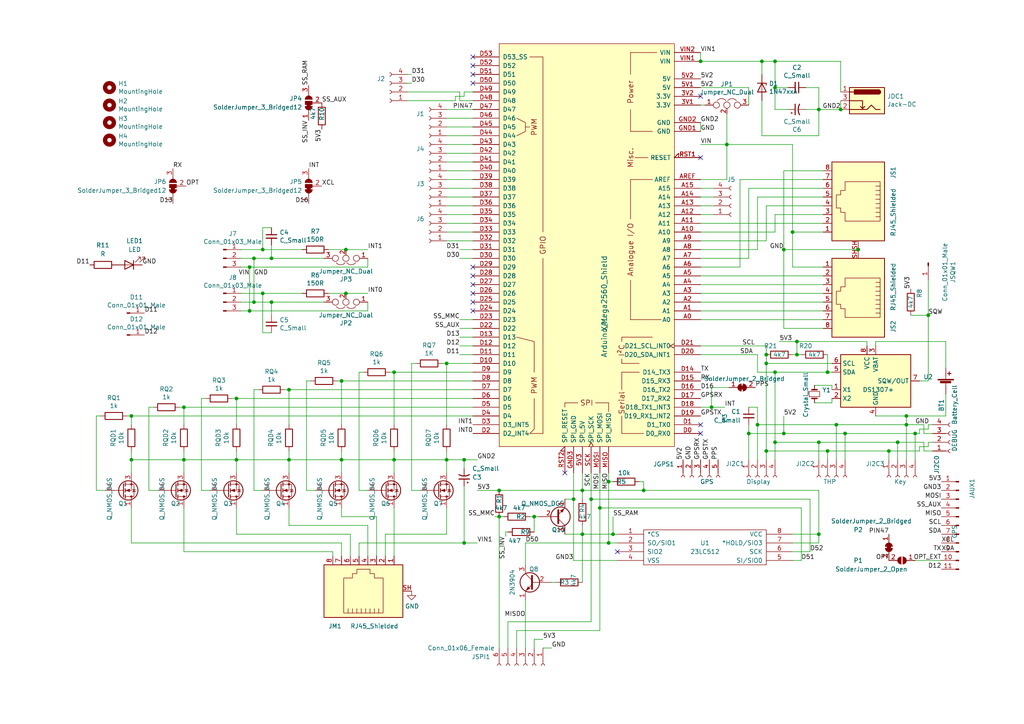
<source format=kicad_sch>
(kicad_sch (version 20211123) (generator eeschema)
  (paper "A4")
  (junction (at 224.79 17.78))
  (junction (at 237.49 154.94))
  (junction (at 144.78 149.86))
  (junction (at 210.82 41.91))
  (junction (at 53.34 133.35))
  (junction (at 222.25 102.87))
  (junction (at 134.62 133.35))
  (junction (at 176.53 139.7))
  (junction (at 134.62 157.48))
  (junction (at 73.66 74.93))
  (junction (at 129.54 105.41))
  (junction (at 206.375 118.11))
  (junction (at 100.33 85.09))
  (junction (at 260.35 128.27))
  (junction (at 53.34 118.11))
  (junction (at 154.94 149.86))
  (junction (at 224.79 107.95))
  (junction (at 114.3 107.95))
  (junction (at 248.92 72.39))
  (junction (at 76.2 85.09))
  (junction (at 99.06 110.49))
  (junction (at 203.2 17.78))
  (junction (at 224.79 128.27))
  (junction (at 262.89 120.65))
  (junction (at 237.49 128.27))
  (junction (at 237.49 31.75))
  (junction (at 173.99 147.32))
  (junction (at 78.74 87.63))
  (junction (at 222.25 130.81))
  (junction (at 245.11 125.73))
  (junction (at 240.03 107.95))
  (junction (at 227.33 125.73))
  (junction (at 269.24 91.44))
  (junction (at 166.37 144.78))
  (junction (at 38.1 133.35))
  (junction (at 176.53 157.48))
  (junction (at 231.14 102.87))
  (junction (at 217.17 125.73))
  (junction (at 231.14 99.06))
  (junction (at 72.39 77.47))
  (junction (at 240.03 130.81))
  (junction (at 73.66 87.63))
  (junction (at 265.43 125.73))
  (junction (at 100.33 72.39))
  (junction (at 114.3 133.35))
  (junction (at 78.74 74.93))
  (junction (at 38.1 120.65))
  (junction (at 83.82 133.35))
  (junction (at 224.79 25.4))
  (junction (at 168.91 142.24))
  (junction (at 219.71 123.19))
  (junction (at 171.45 144.78))
  (junction (at 168.91 154.94))
  (junction (at 144.78 142.24))
  (junction (at 242.57 123.19))
  (junction (at 257.81 130.81))
  (junction (at 227.33 72.39))
  (junction (at 68.58 133.35))
  (junction (at 177.8 154.94))
  (junction (at 72.39 90.17))
  (junction (at 220.98 17.78))
  (junction (at 262.89 123.19))
  (junction (at 186.69 142.24))
  (junction (at 222.25 105.41))
  (junction (at 68.58 115.57))
  (junction (at 243.84 31.75))
  (junction (at 83.82 113.03))
  (junction (at 229.87 67.31))
  (junction (at 76.2 72.39))
  (junction (at 129.54 133.35))
  (junction (at 99.06 133.35))
  (no_connect (at 137.16 24.13))
  (no_connect (at 203.2 27.94))
  (no_connect (at 163.83 137.16))
  (no_connect (at 137.16 85.09))
  (no_connect (at 137.16 21.59))
  (no_connect (at 203.2 45.72))
  (no_connect (at 137.16 80.01))
  (no_connect (at 137.16 77.47))
  (no_connect (at 137.16 19.05))
  (no_connect (at 137.16 82.55))
  (no_connect (at 137.16 16.51))
  (no_connect (at 137.16 87.63))
  (no_connect (at 137.16 90.17))
  (no_connect (at 203.2 125.73))
  (no_connect (at 203.2 123.19))
  (no_connect (at 179.07 160.02))
  (wire (pts (xy 137.16 120.65) (xy 38.1 120.65)))
  (wire (pts (xy 270.51 130.81) (xy 267.97 130.81)))
  (wire (pts (xy 68.58 130.81) (xy 68.58 133.35)))
  (wire (pts (xy 262.89 123.19) (xy 262.89 133.35)))
  (wire (pts (xy 237.49 142.24) (xy 237.49 154.94)))
  (wire (pts (xy 160.02 168.91) (xy 161.29 168.91)))
  (wire (pts (xy 220.98 29.21) (xy 220.98 39.37)))
  (wire (pts (xy 173.99 147.32) (xy 173.99 182.88)))
  (wire (pts (xy 177.8 154.94) (xy 177.8 149.86)))
  (wire (pts (xy 269.24 81.28) (xy 269.24 91.44)))
  (wire (pts (xy 203.2 67.31) (xy 224.79 67.31)))
  (wire (pts (xy 262.89 120.65) (xy 254 120.65)))
  (wire (pts (xy 43.18 142.24) (xy 45.72 142.24)))
  (wire (pts (xy 129.54 39.37) (xy 137.16 39.37)))
  (wire (pts (xy 129.54 52.07) (xy 137.16 52.07)))
  (wire (pts (xy 144.78 149.86) (xy 146.05 149.86)))
  (wire (pts (xy 114.3 137.16) (xy 114.3 133.35)))
  (wire (pts (xy 53.34 137.16) (xy 53.34 133.35)))
  (wire (pts (xy 267.97 130.81) (xy 267.97 128.27)))
  (wire (pts (xy 176.53 157.48) (xy 179.07 157.48)))
  (wire (pts (xy 114.3 133.35) (xy 129.54 133.35)))
  (wire (pts (xy 114.3 107.95) (xy 113.03 107.95)))
  (wire (pts (xy 88.9 142.24) (xy 91.44 142.24)))
  (wire (pts (xy 154.94 149.86) (xy 154.94 154.305)))
  (wire (pts (xy 257.81 130.81) (xy 257.81 133.35)))
  (wire (pts (xy 58.42 115.57) (xy 58.42 142.24)))
  (wire (pts (xy 99.06 137.16) (xy 99.06 133.35)))
  (wire (pts (xy 83.82 130.81) (xy 83.82 133.35)))
  (wire (pts (xy 203.2 72.39) (xy 219.71 72.39)))
  (wire (pts (xy 163.83 154.94) (xy 168.91 154.94)))
  (wire (pts (xy 129.54 123.19) (xy 129.54 105.41)))
  (wire (pts (xy 68.58 147.32) (xy 68.58 154.94)))
  (wire (pts (xy 58.42 142.24) (xy 60.96 142.24)))
  (wire (pts (xy 129.54 34.29) (xy 137.16 34.29)))
  (wire (pts (xy 203.2 17.78) (xy 220.98 17.78)))
  (wire (pts (xy 78.74 74.93) (xy 93.98 74.93)))
  (wire (pts (xy 237.49 25.4) (xy 233.68 25.4)))
  (wire (pts (xy 224.79 133.35) (xy 224.79 128.27)))
  (wire (pts (xy 203.2 85.09) (xy 238.76 85.09)))
  (wire (pts (xy 241.3 111.76) (xy 236.22 111.76)))
  (wire (pts (xy 269.24 124.46) (xy 269.24 123.19)))
  (wire (pts (xy 274.32 114.3) (xy 274.32 120.65)))
  (wire (pts (xy 176.53 139.7) (xy 176.53 157.48)))
  (wire (pts (xy 219.71 57.15) (xy 219.71 72.39)))
  (wire (pts (xy 78.74 66.04) (xy 76.2 66.04)))
  (wire (pts (xy 210.82 33.02) (xy 210.82 41.91)))
  (wire (pts (xy 219.71 107.95) (xy 219.71 102.87)))
  (wire (pts (xy 72.39 77.47) (xy 69.85 77.47)))
  (wire (pts (xy 269.24 91.44) (xy 264.16 91.44)))
  (wire (pts (xy 237.49 31.75) (xy 237.49 25.4)))
  (wire (pts (xy 269.24 128.27) (xy 269.24 129.54)))
  (wire (pts (xy 251.46 99.06) (xy 231.14 99.06)))
  (wire (pts (xy 207.01 57.15) (xy 203.2 57.15)))
  (wire (pts (xy 203.2 90.17) (xy 238.76 90.17)))
  (wire (pts (xy 111.76 154.94) (xy 129.54 154.94)))
  (wire (pts (xy 262.89 120.65) (xy 262.89 123.19)))
  (wire (pts (xy 83.82 137.16) (xy 83.82 133.35)))
  (wire (pts (xy 207.01 62.23) (xy 203.2 62.23)))
  (wire (pts (xy 83.82 152.4) (xy 106.68 152.4)))
  (wire (pts (xy 222.25 59.69) (xy 238.76 59.69)))
  (wire (pts (xy 138.43 157.48) (xy 134.62 157.48)))
  (wire (pts (xy 203.2 77.47) (xy 214.63 77.47)))
  (wire (pts (xy 171.45 144.78) (xy 234.95 144.78)))
  (wire (pts (xy 38.1 157.48) (xy 99.06 157.48)))
  (wire (pts (xy 229.87 102.87) (xy 231.14 102.87)))
  (wire (pts (xy 149.86 182.88) (xy 173.99 182.88)))
  (wire (pts (xy 44.45 118.11) (xy 43.18 118.11)))
  (wire (pts (xy 154.94 185.42) (xy 157.48 185.42)))
  (wire (pts (xy 237.49 39.37) (xy 237.49 31.75)))
  (wire (pts (xy 137.16 29.21) (xy 133.35 29.21)))
  (wire (pts (xy 240.03 107.95) (xy 241.3 107.95)))
  (wire (pts (xy 240.03 102.87) (xy 240.03 107.95)))
  (wire (pts (xy 206.375 112.395) (xy 211.455 112.395)))
  (wire (pts (xy 238.76 67.31) (xy 229.87 67.31)))
  (wire (pts (xy 129.54 133.35) (xy 129.54 137.16)))
  (wire (pts (xy 106.68 152.4) (xy 106.68 161.29)))
  (wire (pts (xy 269.24 123.19) (xy 270.51 123.19)))
  (wire (pts (xy 43.18 118.11) (xy 43.18 142.24)))
  (wire (pts (xy 206.375 118.11) (xy 210.185 118.11)))
  (wire (pts (xy 176.53 139.7) (xy 176.53 137.16)))
  (wire (pts (xy 104.14 107.95) (xy 104.14 142.24)))
  (wire (pts (xy 240.03 130.81) (xy 257.81 130.81)))
  (wire (pts (xy 138.43 142.24) (xy 144.78 142.24)))
  (wire (pts (xy 78.74 91.44) (xy 78.74 87.63)))
  (wire (pts (xy 100.33 85.09) (xy 106.68 85.09)))
  (wire (pts (xy 76.2 72.39) (xy 87.63 72.39)))
  (wire (pts (xy 203.2 118.11) (xy 206.375 118.11)))
  (wire (pts (xy 104.14 161.29) (xy 104.14 157.48)))
  (wire (pts (xy 177.8 139.7) (xy 176.53 139.7)))
  (wire (pts (xy 226.06 99.06) (xy 231.14 99.06)))
  (wire (pts (xy 27.94 120.65) (xy 27.94 142.24)))
  (wire (pts (xy 104.14 142.24) (xy 106.68 142.24)))
  (wire (pts (xy 232.41 147.32) (xy 232.41 162.56)))
  (wire (pts (xy 104.14 157.48) (xy 134.62 157.48)))
  (wire (pts (xy 119.38 21.59) (xy 118.11 21.59)))
  (wire (pts (xy 186.69 139.7) (xy 186.69 142.24)))
  (wire (pts (xy 222.25 105.41) (xy 222.25 102.87)))
  (wire (pts (xy 233.68 31.75) (xy 237.49 31.75)))
  (wire (pts (xy 129.54 31.75) (xy 137.16 31.75)))
  (wire (pts (xy 111.76 154.94) (xy 111.76 161.29)))
  (wire (pts (xy 203.2 17.78) (xy 203.2 15.24)))
  (wire (pts (xy 222.25 133.35) (xy 222.25 130.81)))
  (wire (pts (xy 222.25 102.87) (xy 222.25 100.33)))
  (wire (pts (xy 83.82 152.4) (xy 83.82 147.32)))
  (wire (pts (xy 78.74 87.63) (xy 93.98 87.63)))
  (wire (pts (xy 217.17 133.35) (xy 217.17 125.73)))
  (wire (pts (xy 266.7 124.46) (xy 269.24 124.46)))
  (wire (pts (xy 168.91 154.94) (xy 168.91 152.4)))
  (wire (pts (xy 76.2 66.04) (xy 76.2 72.39)))
  (wire (pts (xy 203.2 30.48) (xy 204.47 30.48)))
  (wire (pts (xy 243.84 31.75) (xy 237.49 31.75)))
  (wire (pts (xy 241.3 116.84) (xy 236.22 116.84)))
  (wire (pts (xy 147.32 187.96) (xy 147.32 180.34)))
  (wire (pts (xy 53.34 118.11) (xy 137.16 118.11)))
  (wire (pts (xy 224.79 17.78) (xy 243.84 17.78)))
  (wire (pts (xy 95.25 72.39) (xy 100.33 72.39)))
  (wire (pts (xy 83.82 113.03) (xy 137.16 113.03)))
  (wire (pts (xy 53.34 123.19) (xy 53.34 118.11)))
  (wire (pts (xy 269.24 91.44) (xy 269.24 110.49)))
  (wire (pts (xy 203.2 80.01) (xy 238.76 80.01)))
  (wire (pts (xy 106.68 77.47) (xy 106.68 74.93)))
  (wire (pts (xy 101.6 154.94) (xy 101.6 161.29)))
  (wire (pts (xy 76.2 96.52) (xy 76.2 85.09)))
  (wire (pts (xy 38.1 137.16) (xy 38.1 133.35)))
  (wire (pts (xy 185.42 139.7) (xy 186.69 139.7)))
  (wire (pts (xy 231.14 102.87) (xy 232.41 102.87)))
  (wire (pts (xy 88.9 110.49) (xy 90.17 110.49)))
  (wire (pts (xy 137.16 54.61) (xy 129.54 54.61)))
  (wire (pts (xy 203.2 92.71) (xy 238.76 92.71)))
  (wire (pts (xy 207.01 54.61) (xy 203.2 54.61)))
  (wire (pts (xy 68.58 123.19) (xy 68.58 115.57)))
  (wire (pts (xy 96.52 161.29) (xy 96.52 160.02)))
  (wire (pts (xy 166.37 144.78) (xy 166.37 162.56)))
  (wire (pts (xy 243.84 17.78) (xy 243.84 26.67)))
  (wire (pts (xy 99.06 133.35) (xy 83.82 133.35)))
  (wire (pts (xy 133.35 74.93) (xy 137.16 74.93)))
  (wire (pts (xy 238.76 77.47) (xy 229.87 77.47)))
  (wire (pts (xy 227.33 72.39) (xy 227.33 95.25)))
  (wire (pts (xy 207.01 59.69) (xy 203.2 59.69)))
  (wire (pts (xy 82.55 113.03) (xy 83.82 113.03)))
  (wire (pts (xy 133.35 26.67) (xy 118.11 26.67)))
  (wire (pts (xy 129.54 130.81) (xy 129.54 133.35)))
  (wire (pts (xy 99.06 110.49) (xy 137.16 110.49)))
  (wire (pts (xy 144.78 142.24) (xy 168.91 142.24)))
  (wire (pts (xy 137.16 115.57) (xy 68.58 115.57)))
  (wire (pts (xy 146.685 154.305) (xy 146.685 155.575)))
  (wire (pts (xy 269.24 129.54) (xy 266.7 129.54)))
  (wire (pts (xy 72.39 77.47) (xy 106.68 77.47)))
  (wire (pts (xy 152.4 157.48) (xy 176.53 157.48)))
  (wire (pts (xy 254 99.06) (xy 274.32 99.06)))
  (wire (pts (xy 137.16 107.95) (xy 114.3 107.95)))
  (wire (pts (xy 53.34 160.02) (xy 96.52 160.02)))
  (wire (pts (xy 217.17 123.19) (xy 217.17 125.73)))
  (wire (pts (xy 224.79 25.4) (xy 224.79 17.78)))
  (wire (pts (xy 206.375 118.11) (xy 206.375 112.395)))
  (wire (pts (xy 227.33 95.25) (xy 238.76 95.25)))
  (wire (pts (xy 52.07 118.11) (xy 53.34 118.11)))
  (wire (pts (xy 129.54 133.35) (xy 134.62 133.35)))
  (wire (pts (xy 58.42 115.57) (xy 59.69 115.57)))
  (wire (pts (xy 69.85 74.93) (xy 73.66 74.93)))
  (wire (pts (xy 168.91 154.94) (xy 168.91 168.91)))
  (wire (pts (xy 38.1 120.65) (xy 36.83 120.65)))
  (wire (pts (xy 53.34 133.35) (xy 68.58 133.35)))
  (wire (pts (xy 73.66 74.93) (xy 73.66 87.63)))
  (wire (pts (xy 238.76 49.53) (xy 227.33 49.53)))
  (wire (pts (xy 73.66 74.93) (xy 78.74 74.93)))
  (wire (pts (xy 214.63 52.07) (xy 238.76 52.07)))
  (wire (pts (xy 132.08 27.94) (xy 134.62 27.94)))
  (wire (pts (xy 260.35 128.27) (xy 260.35 133.35)))
  (wire (pts (xy 69.85 85.09) (xy 76.2 85.09)))
  (wire (pts (xy 234.95 144.78) (xy 234.95 160.02)))
  (wire (pts (xy 222.25 59.69) (xy 222.25 69.85)))
  (wire (pts (xy 219.71 118.11) (xy 219.71 123.19)))
  (wire (pts (xy 68.58 133.35) (xy 83.82 133.35)))
  (wire (pts (xy 99.06 123.19) (xy 99.06 110.49)))
  (wire (pts (xy 134.62 140.97) (xy 134.62 157.48)))
  (wire (pts (xy 219.71 123.19) (xy 242.57 123.19)))
  (wire (pts (xy 171.45 144.78) (xy 171.45 137.16)))
  (wire (pts (xy 106.68 72.39) (xy 100.33 72.39)))
  (wire (pts (xy 243.84 29.21) (xy 243.84 31.75)))
  (wire (pts (xy 241.3 115.57) (xy 241.3 116.84)))
  (wire (pts (xy 121.92 142.24) (xy 119.38 142.24)))
  (wire (pts (xy 99.06 149.86) (xy 99.06 147.32)))
  (wire (pts (xy 83.82 123.19) (xy 83.82 113.03)))
  (wire (pts (xy 119.38 142.24) (xy 119.38 105.41)))
  (wire (pts (xy 118.11 24.13) (xy 119.38 24.13)))
  (wire (pts (xy 237.49 154.94) (xy 237.49 157.48)))
  (wire (pts (xy 224.79 62.23) (xy 224.79 67.31)))
  (wire (pts (xy 78.74 96.52) (xy 76.2 96.52)))
  (wire (pts (xy 266.7 110.49) (xy 269.24 110.49)))
  (wire (pts (xy 240.03 130.81) (xy 240.03 133.35)))
  (wire (pts (xy 137.16 41.91) (xy 129.54 41.91)))
  (wire (pts (xy 95.25 85.09) (xy 100.33 85.09)))
  (wire (pts (xy 254 99.06) (xy 254 100.33)))
  (wire (pts (xy 109.22 149.86) (xy 99.06 149.86)))
  (wire (pts (xy 237.49 154.94) (xy 229.87 154.94)))
  (wire (pts (xy 154.94 149.86) (xy 156.21 149.86)))
  (wire (pts (xy 134.62 133.35) (xy 138.43 133.35)))
  (wire (pts (xy 144.78 149.86) (xy 143.51 149.86)))
  (wire (pts (xy 99.06 133.35) (xy 114.3 133.35)))
  (wire (pts (xy 270.51 128.27) (xy 269.24 128.27)))
  (wire (pts (xy 72.39 77.47) (xy 72.39 90.17)))
  (wire (pts (xy 217.17 118.11) (xy 219.71 118.11)))
  (wire (pts (xy 237.49 128.27) (xy 260.35 128.27)))
  (wire (pts (xy 38.1 123.19) (xy 38.1 120.65)))
  (wire (pts (xy 68.58 137.16) (xy 68.58 133.35)))
  (wire (pts (xy 220.98 17.78) (xy 224.79 17.78)))
  (wire (pts (xy 240.03 130.81) (xy 222.25 130.81)))
  (wire (pts (xy 241.3 113.03) (xy 241.3 111.76)))
  (wire (pts (xy 242.57 133.35) (xy 242.57 123.19)))
  (wire (pts (xy 129.54 67.31) (xy 137.16 67.31)))
  (wire (pts (xy 227.33 49.53) (xy 227.33 72.39)))
  (wire (pts (xy 168.91 154.94) (xy 177.8 154.94)))
  (wire (pts (xy 133.35 100.33) (xy 137.16 100.33)))
  (wire (pts (xy 267.97 125.73) (xy 270.51 125.73)))
  (wire (pts (xy 129.54 64.77) (xy 137.16 64.77)))
  (wire (pts (xy 128.27 105.41) (xy 129.54 105.41)))
  (wire (pts (xy 99.06 130.81) (xy 99.06 133.35)))
  (wire (pts (xy 106.68 90.17) (xy 106.68 87.63)))
  (wire (pts (xy 137.16 97.79) (xy 133.35 97.79)))
  (wire (pts (xy 149.86 187.96) (xy 149.86 182.88)))
  (wire (pts (xy 88.9 110.49) (xy 88.9 142.24)))
  (wire (pts (xy 137.16 95.25) (xy 133.35 95.25)))
  (wire (pts (xy 73.66 113.03) (xy 73.66 142.24)))
  (wire (pts (xy 152.4 157.48) (xy 152.4 163.83)))
  (wire (pts (xy 69.85 72.39) (xy 76.2 72.39)))
  (wire (pts (xy 228.6 25.4) (xy 224.79 25.4)))
  (wire (pts (xy 147.32 180.34) (xy 171.45 180.34)))
  (wire (pts (xy 134.62 135.89) (xy 134.62 133.35)))
  (wire (pts (xy 114.3 130.81) (xy 114.3 133.35)))
  (wire (pts (xy 203.2 69.85) (xy 222.25 69.85)))
  (wire (pts (xy 154.94 187.96) (xy 154.94 185.42)))
  (wire (pts (xy 97.79 110.49) (xy 99.06 110.49)))
  (wire (pts (xy 129.54 49.53) (xy 137.16 49.53)))
  (wire (pts (xy 227.33 125.73) (xy 245.11 125.73)))
  (wire (pts (xy 68.58 154.94) (xy 101.6 154.94)))
  (wire (pts (xy 114.3 123.19) (xy 114.3 107.95)))
  (wire (pts (xy 99.06 161.29) (xy 99.06 157.48)))
  (wire (pts (xy 27.94 142.24) (xy 30.48 142.24)))
  (wire (pts (xy 237.49 133.35) (xy 237.49 128.27)))
  (wire (pts (xy 144.78 149.86) (xy 144.78 187.96)))
  (wire (pts (xy 38.1 130.81) (xy 38.1 133.35)))
  (wire (pts (xy 267.97 128.27) (xy 260.35 128.27)))
  (wire (pts (xy 203.2 82.55) (xy 238.76 82.55)))
  (wire (pts (xy 262.89 123.19) (xy 267.97 123.19)))
  (wire (pts (xy 227.33 125.73) (xy 227.33 120.65)))
  (wire (pts (xy 104.14 107.95) (xy 105.41 107.95)))
  (wire (pts (xy 228.6 31.75) (xy 224.79 31.75)))
  (wire (pts (xy 229.87 67.31) (xy 229.87 41.91)))
  (wire (pts (xy 171.45 180.34) (xy 171.45 144.78)))
  (wire (pts (xy 220.98 39.37) (xy 237.49 39.37)))
  (wire (pts (xy 163.83 144.78) (xy 166.37 144.78)))
  (wire (pts (xy 114.3 147.32) (xy 114.3 161.29)))
  (wire (pts (xy 186.69 142.24) (xy 237.49 142.24)))
  (wire (pts (xy 227.33 72.39) (xy 248.92 72.39)))
  (wire (pts (xy 129.54 44.45) (xy 137.16 44.45)))
  (wire (pts (xy 137.16 36.83) (xy 129.54 36.83)))
  (wire (pts (xy 168.91 142.24) (xy 186.69 142.24)))
  (wire (pts (xy 168.91 137.16) (xy 168.91 142.24)))
  (wire (pts (xy 267.97 123.19) (xy 267.97 125.73)))
  (wire (pts (xy 222.25 105.41) (xy 241.3 105.41)))
  (wire (pts (xy 133.35 29.21) (xy 133.35 26.67)))
  (wire (pts (xy 137.16 46.99) (xy 129.54 46.99)))
  (wire (pts (xy 229.87 41.91) (xy 210.82 41.91)))
  (wire (pts (xy 76.2 85.09) (xy 87.63 85.09)))
  (wire (pts (xy 157.48 187.96) (xy 160.02 187.96)))
  (wire (pts (xy 73.66 142.24) (xy 76.2 142.24)))
  (wire (pts (xy 219.71 123.19) (xy 219.71 133.35)))
  (wire (pts (xy 274.32 106.68) (xy 274.32 99.06)))
  (wire (pts (xy 69.85 87.63) (xy 73.66 87.63)))
  (wire (pts (xy 217.17 54.61) (xy 217.17 74.93)))
  (wire (pts (xy 153.67 149.86) (xy 154.94 149.86)))
  (wire (pts (xy 266.7 125.73) (xy 266.7 124.46)))
  (wire (pts (xy 168.91 142.24) (xy 168.91 144.78)))
  (wire (pts (xy 265.43 162.56) (xy 273.05 162.56)))
  (wire (pts (xy 229.87 77.47) (xy 229.87 67.31)))
  (wire (pts (xy 217.17 125.73) (xy 227.33 125.73)))
  (wire (pts (xy 173.99 147.32) (xy 232.41 147.32)))
  (wire (pts (xy 73.66 113.03) (xy 74.93 113.03)))
  (wire (pts (xy 220.98 17.78) (xy 220.98 21.59)))
  (wire (pts (xy 129.54 69.85) (xy 137.16 69.85)))
  (wire (pts (xy 203.2 74.93) (xy 217.17 74.93)))
  (wire (pts (xy 265.43 125.73) (xy 266.7 125.73)))
  (wire (pts (xy 266.7 129.54) (xy 266.7 130.81)))
  (wire (pts (xy 242.57 123.19) (xy 262.89 123.19)))
  (wire (pts (xy 68.58 115.57) (xy 67.31 115.57)))
  (wire (pts (xy 166.37 137.16) (xy 166.37 144.78)))
  (wire (pts (xy 137.16 72.39) (xy 133.35 72.39)))
  (wire (pts (xy 69.85 90.17) (xy 72.39 90.17)))
  (wire (pts (xy 231.14 102.87) (xy 231.14 99.06)))
  (wire (pts (xy 238.76 54.61) (xy 217.17 54.61)))
  (wire (pts (xy 274.32 120.65) (xy 262.89 120.65)))
  (wire (pts (xy 129.54 59.69) (xy 137.16 59.69)))
  (wire (pts (xy 147.32 154.305) (xy 146.685 154.305)))
  (wire (pts (xy 210.82 52.07) (xy 210.82 41.91)))
  (wire (pts (xy 217.17 25.4) (xy 217.17 30.48)))
  (wire (pts (xy 245.11 133.35) (xy 245.11 125.73)))
  (wire (pts (xy 203.2 87.63) (xy 238.76 87.63)))
  (wire (pts (xy 129.54 62.23) (xy 137.16 62.23)))
  (wire (pts (xy 245.11 125.73) (xy 265.43 125.73)))
  (wire (pts (xy 224.79 31.75) (xy 224.79 25.4)))
  (wire (pts (xy 73.66 87.63) (xy 78.74 87.63)))
  (wire (pts (xy 173.99 137.16) (xy 173.99 147.32)))
  (wire (pts (xy 203.2 25.4) (xy 217.17 25.4)))
  (wire (pts (xy 133.35 92.71) (xy 137.16 92.71)))
  (wire (pts (xy 166.37 162.56) (xy 179.07 162.56)))
  (wire (pts (xy 109.22 161.29) (xy 109.22 149.86)))
  (wire (pts (xy 53.34 147.32) (xy 53.34 160.02)))
  (wire (pts (xy 78.74 71.12) (xy 78.74 74.93)))
  (wire (pts (xy 53.34 130.81) (xy 53.34 133.35)))
  (wire (pts (xy 224.79 128.27) (xy 224.79 107.95)))
  (wire (pts (xy 132.08 29.21) (xy 132.08 27.94)))
  (wire (pts (xy 266.7 130.81) (xy 257.81 130.81)))
  (wire (pts (xy 129.54 57.15) (xy 137.16 57.15)))
  (wire (pts (xy 203.2 35.56) (xy 203.2 38.1)))
  (wire (pts (xy 219.71 107.95) (xy 224.79 107.95)))
  (wire (pts (xy 224.79 62.23) (xy 238.76 62.23)))
  (wire (pts (xy 133.35 102.87) (xy 137.16 102.87)))
  (wire (pts (xy 203.2 102.87) (xy 219.71 102.87)))
  (wire (pts (xy 38.1 133.35) (xy 53.34 133.35)))
  (wire (pts (xy 219.71 57.15) (xy 238.76 57.15)))
  (wire (pts (xy 152.4 173.99) (xy 152.4 187.96)))
  (wire (pts (xy 214.63 52.07) (xy 214.63 77.47)))
  (wire (pts (xy 222.25 100.33) (xy 203.2 100.33)))
  (wire (pts (xy 38.1 157.48) (xy 38.1 147.32)))
  (wire (pts (xy 234.95 160.02) (xy 229.87 160.02)))
  (wire (pts (xy 29.21 120.65) (xy 27.94 120.65)))
  (wire (pts (xy 210.82 41.91) (xy 203.2 41.91)))
  (wire (pts (xy 118.11 29.21) (xy 132.08 29.21)))
  (wire (pts (xy 177.8 154.94) (xy 179.07 154.94)))
  (wire (pts (xy 203.2 52.07) (xy 210.82 52.07)))
  (wire (pts (xy 251.46 100.33) (xy 251.46 99.06)))
  (wire (pts (xy 224.79 107.95) (xy 240.03 107.95)))
  (wire (pts (xy 237.49 128.27) (xy 224.79 128.27)))
  (wire (pts (xy 119.38 105.41) (xy 120.65 105.41)))
  (wire (pts (xy 134.62 26.67) (xy 137.16 26.67)))
  (wire (pts (xy 203.2 64.77) (xy 238.76 64.77)))
  (wire (pts (xy 237.49 157.48) (xy 229.87 157.48)))
  (wire (pts (xy 72.39 90.17) (xy 106.68 90.17)))
  (wire (pts (xy 129.54 105.41) (xy 137.16 105.41)))
  (wire (pts (xy 129.54 147.32) (xy 129.54 154.94)))
  (wire (pts (xy 134.62 27.94) (xy 134.62 26.67)))
  (wire (pts (xy 232.41 162.56) (xy 229.87 162.56)))
  (wire (pts (xy 265.43 125.73) (xy 265.43 133.35)))
  (wire (pts (xy 222.25 130.81) (xy 222.25 105.41)))
  (label "5V3" (at 138.43 142.24 0))
  (label "SDA" (at 214.63 102.87 0))
  (label "MISO" (at 273.05 149.86 180))
  (label "SCL" (at 273.05 152.4 180))
  (label "5V2" (at 203.2 22.86 0))
  (label "5V3" (at 93.345 37.465 270))
  (label "INT0" (at 137.16 125.73 180))
  (label "D30" (at 133.35 74.93 180))
  (label "GND3" (at 166.37 162.56 180))
  (label "GND" (at 265.43 123.19 0))
  (label "GND2" (at 243.84 31.75 180))
  (label "PPS" (at 208.28 133.35 90))
  (label "GPSRX" (at 203.2 133.35 90))
  (label "SS_INV" (at 89.535 34.925 270))
  (label "5V2" (at 203.2 25.4 0))
  (label "PIN47" (at 137.16 31.75 180))
  (label "PIN47" (at 257.81 154.94 180))
  (label "RX" (at 50.165 48.895 0))
  (label "D11" (at 26.035 76.835 180))
  (label "D11" (at 41.91 90.805 0))
  (label "GND2" (at 203.2 35.56 0))
  (label "GND" (at 200.66 133.35 90))
  (label "5V3" (at 157.48 185.42 0))
  (label "D31" (at 119.38 21.59 0))
  (label "VIN" (at 72.39 80.01 180))
  (label "D12" (at 273.05 165.1 180))
  (label "GND3" (at 273.05 142.24 180))
  (label "PPS" (at 219.075 112.395 0))
  (label "D13" (at 133.35 97.79 180))
  (label "D16" (at 203.2 113.03 0))
  (label "GPSTX" (at 205.74 133.35 90))
  (label "D16" (at 89.535 59.055 180))
  (label "MOSI" (at 273.05 144.78 180))
  (label "D13" (at 50.165 59.055 180))
  (label "SS_RAM" (at 89.535 24.765 90))
  (label "5V2" (at 198.12 133.35 90))
  (label "VIN1" (at 203.2 15.24 0))
  (label "MISDO" (at 152.4 179.07 180))
  (label "GPSTX" (at 203.2 120.65 0))
  (label "TX" (at 203.2 107.95 0))
  (label "RX" (at 203.2 110.49 0))
  (label "5V3" (at 273.05 139.7 180))
  (label "VIN1" (at 138.43 157.48 0))
  (label "INT" (at 89.535 48.895 0))
  (label "D30" (at 119.38 24.13 0))
  (label "OPT" (at 257.81 162.56 180))
  (label "GND" (at 41.275 76.835 0))
  (label "MISO" (at 176.53 137.16 270))
  (label "XCL" (at 273.05 157.48 0))
  (label "GND" (at 203.2 38.1 0))
  (label "INT1" (at 106.68 72.39 0))
  (label "D11" (at 133.35 102.87 180))
  (label "SS_MMC" (at 143.51 149.86 180))
  (label "D51" (at 232.41 162.56 0))
  (label "SCL" (at 215.265 100.33 0))
  (label "D31" (at 133.35 72.39 180))
  (label "SS_MMC" (at 133.35 92.71 180))
  (label "GND" (at 160.02 187.96 0))
  (label "GPSRX" (at 203.2 115.57 0))
  (label "5V2" (at 227.33 120.65 0))
  (label "5V3" (at 226.06 99.06 0))
  (label "GND2" (at 138.43 133.35 0))
  (label "SS_INV" (at 146.685 155.575 270))
  (label "INT" (at 210.185 118.11 0))
  (label "INT1" (at 137.16 123.19 180))
  (label "GND" (at 73.66 80.01 0))
  (label "5V3" (at 264.16 83.82 90))
  (label "SDA" (at 273.05 154.94 180))
  (label "D12" (at 41.91 97.155 0))
  (label "TX" (at 273.05 160.02 180))
  (label "XDA" (at 273.05 160.02 0))
  (label "D12" (at 133.35 100.33 180))
  (label "SCK" (at 171.45 137.16 270))
  (label "OPT" (at 53.975 53.975 0))
  (label "SS_RAM" (at 177.8 149.86 0))
  (label "XCL" (at 93.345 53.975 0))
  (label "VIN" (at 203.2 41.91 0))
  (label "SS_AUX" (at 273.05 147.32 180))
  (label "D52" (at 234.95 160.02 0))
  (label "GND" (at 227.33 72.39 180))
  (label "SS_AUX" (at 93.345 29.845 0))
  (label "MOSI" (at 173.99 137.16 270))
  (label "INT0" (at 106.68 85.09 0))
  (label "OPT_EXT" (at 273.05 162.56 180))
  (label "SQW" (at 269.24 91.44 0))
  (label "D50" (at 152.4 157.48 0))
  (label "SS_AUX" (at 133.35 95.25 180))
  (symbol (lib_id "Arduino:Arduino_Mega2560_Embed") (at 182.88 78.74 90) (unit 1)
    (property "Reference" "XA1" (at 175.26 93.98 0) (effects (font (size 1.524 1.524))))
    (property "Value" "Arduino_Mega2560_Shield" (at 175.26 88.9 0) (effects (font (size 1.524 1.524))))
    (property "Footprint" "Socket:Arduino_2560_Mega_Embad" (effects hide))
    (property "Datasheet" "https://store.arduino.cc/arduino-mega-2560-rev3" (effects hide))
  )
  (symbol (lib_id "Connector:Conn_01x04_Female") (at 124.46 36.83 180) (unit 1)
    (property "Reference" "J1" (at 121.92 33.02 0))
    (property "Value" "Conn_01x04_Female" (effects hide))
    (property "Footprint" "Connector_JST:JST_XH_B4B-XH-A_1x04_P2.50mm_Vertical" (effects hide))
  )
  (symbol (lib_id "Connector:Conn_01x04_Female") (at 113.03 26.67 180) (unit 1)
    (property "Reference" "J2" (at 110.49 22.86 0))
    (property "Value" "Conn_01x04_Female" (effects hide))
    (property "Footprint" "Connector_JST:JST_XH_B4B-XH-A_1x04_P2.50mm_Vertical" (effects hide))
  )
  (symbol (lib_id "Device:Battery_Cell") (at 274.32 111.76 0) (unit 1)
    (property "Reference" "BT1" (at 273.05 119.38 90) (effects (justify left)))
    (property "Value" "Battery_Cell" (at 276.86 123.19 90) (effects (justify left)))
    (property "Footprint" "Battery:BatteryHolder_Keystone_2998_1x6.8mm" (effects hide))
  )
  (symbol (lib_id "Connector:Conn_01x06_Female") (at 152.4 193.04 270) (unit 1)
    (property "Reference" "JSPI1" (at 142.24 190.5 90) (effects (justify right)))
    (property "Value" "Conn_01x06_Female" (at 143.51 187.96 90) (effects (justify right)))
    (property "Footprint" "Connector_PinSocket_2.54mm:PinSocket_1x06_P2.54mm_Horizontal_SDREADER_KEEPOUT" (effects hide))
  )
  (symbol (lib_id "Device:R") (at 33.02 120.65 270) (mirror x) (unit 1)
    (property "Reference" "RQ1" (at 33.02 115.3922 90))
    (property "Value" "1k" (at 33.02 117.7036 90))
    (property "Footprint" "Resistor_THT:R_Axial_DIN0207_L6.3mm_D2.5mm_P7.62mm_Horizontal" (effects hide))
  )
  (symbol (lib_id "Device:Q_NMOS_DGS") (at 35.56 142.24 0) (mirror x) (unit 1)
    (property "Reference" "Q1" (at 34.29 146.05 0) (effects (justify left)))
    (property "Value" "Q_NMOS_DGS" (at 31.75 138.43 90) (effects (justify left)))
    (property "Footprint" "Package_TO_SOT_THT:TO-92L_Inline_Wide_Flat" (effects hide))
  )
  (symbol (lib_id "Device:Q_NMOS_DGS") (at 50.8 142.24 0) (mirror x) (unit 1)
    (property "Reference" "Q2" (at 49.53 146.05 0) (effects (justify left)))
    (property "Value" "Q_NMOS_DGS" (at 46.99 138.43 90) (effects (justify left)))
    (property "Footprint" "Package_TO_SOT_THT:TO-92L_Inline_Wide_Flat" (effects hide))
  )
  (symbol (lib_id "Connector:Conn_01x04_Female") (at 124.46 46.99 180) (unit 1)
    (property "Reference" "J4" (at 121.92 43.18 0))
    (property "Value" "Conn_01x04_Female" (effects hide))
    (property "Footprint" "Connector_JST:JST_XH_B4B-XH-A_1x04_P2.50mm_Vertical" (effects hide))
  )
  (symbol (lib_id "Connector:Conn_01x04_Female") (at 124.46 57.15 180) (unit 1)
    (property "Reference" "J3" (at 121.92 53.34 0))
    (property "Value" "Conn_01x04_Female" (effects hide))
    (property "Footprint" "Connector_JST:JST_XH_B4B-XH-A_1x04_P2.50mm_Vertical" (effects hide))
  )
  (symbol (lib_id "Connector:Conn_01x04_Female") (at 124.46 67.31 180) (unit 1)
    (property "Reference" "J6" (at 121.92 63.5 0))
    (property "Value" "Conn_01x04_Female" (effects hide))
    (property "Footprint" "Connector_JST:JST_XH_B4B-XH-A_1x04_P2.50mm_Vertical" (effects hide))
  )
  (symbol (lib_id "Connector:Conn_01x04_Female") (at 212.09 59.69 0) (mirror x) (unit 1)
    (property "Reference" "J5" (at 212.09 52.07 0))
    (property "Value" "Conn_01x04_Female" (effects hide))
    (property "Footprint" "Connector_JST:JST_XH_B4B-XH-A_1x04_P2.50mm_Vertical" (effects hide))
  )
  (symbol (lib_id "Device:R") (at 48.26 118.11 270) (mirror x) (unit 1)
    (property "Reference" "RQ2" (at 48.26 112.8522 90))
    (property "Value" "1k" (at 48.26 115.1636 90))
    (property "Footprint" "Resistor_THT:R_Axial_DIN0207_L6.3mm_D2.5mm_P7.62mm_Horizontal" (effects hide))
  )
  (symbol (lib_id "Device:R") (at 78.74 113.03 270) (mirror x) (unit 1)
    (property "Reference" "RQ4" (at 78.74 107.7722 90))
    (property "Value" "1k" (at 78.74 110.0836 90))
    (property "Footprint" "Resistor_THT:R_Axial_DIN0207_L6.3mm_D2.5mm_P7.62mm_Horizontal" (effects hide))
  )
  (symbol (lib_id "Device:R") (at 63.5 115.57 270) (mirror x) (unit 1)
    (property "Reference" "RQ3" (at 63.5 110.3122 90))
    (property "Value" "1k" (at 63.5 112.6236 90))
    (property "Footprint" "Resistor_THT:R_Axial_DIN0207_L6.3mm_D2.5mm_P7.62mm_Horizontal" (effects hide))
  )
  (symbol (lib_id "Device:R") (at 109.22 107.95 270) (unit 1)
    (property "Reference" "RQ6" (at 109.22 102.6922 90))
    (property "Value" "1k" (at 109.22 105.0036 90))
    (property "Footprint" "Resistor_THT:R_Axial_DIN0207_L6.3mm_D2.5mm_P7.62mm_Horizontal" (effects hide))
  )
  (symbol (lib_id "Device:R") (at 93.98 110.49 270) (unit 1)
    (property "Reference" "RQ5" (at 93.98 105.2322 90))
    (property "Value" "1k" (at 93.98 107.5436 90))
    (property "Footprint" "Resistor_THT:R_Axial_DIN0207_L6.3mm_D2.5mm_P7.62mm_Horizontal" (effects hide))
  )
  (symbol (lib_id "Device:C_Small") (at 217.17 120.65 0) (unit 1)
    (property "Reference" "C1" (at 212.09 119.38 0) (effects (justify left)))
    (property "Value" "C_Small" (at 207.01 121.92 0) (effects (justify left)))
    (property "Footprint" "Capacitor_THT:C_Disc_D3.0mm_W1.6mm_P2.50mm" (effects hide))
  )
  (symbol (lib_id "Device:Q_NMOS_DGS") (at 81.28 142.24 0) (mirror x) (unit 1)
    (property "Reference" "Q4" (at 80.01 146.05 0) (effects (justify left)))
    (property "Value" "Q_NMOS_DGS" (at 77.47 138.43 90) (effects (justify left)))
    (property "Footprint" "Package_TO_SOT_THT:TO-92L_Inline_Wide_Flat" (effects hide))
  )
  (symbol (lib_id "Device:Q_NMOS_DGS") (at 66.04 142.24 0) (mirror x) (unit 1)
    (property "Reference" "Q3" (at 64.77 146.05 0) (effects (justify left)))
    (property "Value" "Q_NMOS_DGS" (at 62.23 138.43 90) (effects (justify left)))
    (property "Footprint" "Package_TO_SOT_THT:TO-92L_Inline_Wide_Flat" (effects hide))
  )
  (symbol (lib_id "Device:Q_NMOS_DGS") (at 111.76 142.24 0) (mirror x) (unit 1)
    (property "Reference" "Q6" (at 110.49 146.05 0) (effects (justify left)))
    (property "Value" "Q_NMOS_DGS" (at 107.95 138.43 90) (effects (justify left)))
    (property "Footprint" "Package_TO_SOT_THT:TO-92L_Inline_Wide_Flat" (effects hide))
  )
  (symbol (lib_id "Device:Q_NMOS_DGS") (at 96.52 142.24 0) (mirror x) (unit 1)
    (property "Reference" "Q5" (at 95.25 146.05 0) (effects (justify left)))
    (property "Value" "Q_NMOS_DGS" (at 92.71 138.43 90) (effects (justify left)))
    (property "Footprint" "Package_TO_SOT_THT:TO-92L_Inline_Wide_Flat" (effects hide))
  )
  (symbol (lib_id "Device:C_Small") (at 231.14 25.4 270) (unit 1)
    (property "Reference" "C2" (at 231.14 19.5834 90))
    (property "Value" "C_Small" (at 231.14 21.8948 90))
    (property "Footprint" "Capacitor_THT:C_Disc_D3.0mm_W1.6mm_P2.50mm" (effects hide))
  )
  (symbol (lib_id "Device:R") (at 144.78 146.05 0) (unit 1)
    (property "Reference" "R1" (at 144.78 146.05 90) (effects (justify left)))
    (property "Value" "4k7" (at 143.51 147.32 0) (effects (justify left)))
    (property "Footprint" "Resistor_THT:R_Axial_DIN0204_L3.6mm_D1.6mm_P5.08mm_Horizontal" (effects hide))
  )
  (symbol (lib_id "Connector:Conn_01x01_Male") (at 36.83 97.155 0) (unit 1)
    (property "Reference" "D12" (at 39.5732 92.5576 0))
    (property "Value" "Conn_01x01_Male" (at 39.5732 94.869 0))
    (property "Footprint" "Connector_PinHeader_2.54mm:PinHeader_1x01_P2.54mm_Vertical" (effects hide))
  )
  (symbol (lib_id "Connector:RJ45_Shielded") (at 248.92 59.69 0) (mirror y) (unit 1)
    (property "Reference" "JS1" (at 259.08 48.26 90) (effects (justify right)))
    (property "Value" "RJ45_Shielded" (at 259.08 54.61 90) (effects (justify right)))
    (property "Footprint" "Connector_RJ:RJ45_Ninigi_GE1" (effects hide))
  )
  (symbol (lib_id "Device:R") (at 91.44 85.09 90) (unit 1)
    (property "Reference" "R6" (at 91.44 79.8322 90))
    (property "Value" "150R" (at 91.44 82.1436 90))
    (property "Footprint" "Resistor_THT:R_Axial_DIN0207_L6.3mm_D2.5mm_P2.54mm_Vertical" (effects hide))
  )
  (symbol (lib_id "Device:R") (at 91.44 72.39 270) (unit 1)
    (property "Reference" "R7" (at 91.44 67.1322 90))
    (property "Value" "150R" (at 91.44 69.4436 90))
    (property "Footprint" "Resistor_THT:R_Axial_DIN0207_L6.3mm_D2.5mm_P2.54mm_Vertical" (effects hide))
  )
  (symbol (lib_id "Device:R") (at 165.1 168.91 90) (unit 1)
    (property "Reference" "R3" (at 165.1 168.91 90) (effects (justify left)))
    (property "Value" "4k7" (at 166.37 170.18 0) (effects (justify left)))
    (property "Footprint" "Resistor_THT:R_Axial_DIN0204_L3.6mm_D1.6mm_P2.54mm_Vertical" (effects hide))
  )
  (symbol (lib_id "Device:Jumper_NC_Dual") (at 100.33 74.93 180) (unit 1)
    (property "Reference" "JP3" (at 100.33 81.0006 0))
    (property "Value" "Jumper_NC_Dual" (at 100.33 78.6892 0))
    (property "Footprint" "Connector_PinHeader_2.54mm:PinHeader_1x03_P2.54mm_Vertical" (effects hide))
  )
  (symbol (lib_id "Memory_RAM:23LC512") (at 204.47 158.75 0) (unit 1)
    (property "Reference" "U1" (at 204.47 157.48 0))
    (property "Value" "23LC512" (at 204.47 160.02 0))
    (property "Footprint" "Package_DIP:DIP-8_W7.62mm" (effects hide))
  )
  (symbol (lib_id "Device:R") (at 168.91 148.59 180) (unit 1)
    (property "Reference" "R4" (at 168.91 146.05 90) (effects (justify left)))
    (property "Value" "4k7" (at 171.45 149.86 0) (effects (justify left)))
    (property "Footprint" "Resistor_THT:R_Axial_DIN0204_L3.6mm_D1.6mm_P5.08mm_Horizontal" (effects hide))
  )
  (symbol (lib_id "Connector:RJ45_Shielded") (at 248.92 85.09 180) (unit 1)
    (property "Reference" "JS2" (at 259.08 96.52 90) (effects (justify right)))
    (property "Value" "RJ45_Shielded" (at 259.08 90.17 90) (effects (justify right)))
    (property "Footprint" "Connector_RJ:RJ45_Ninigi_GE1" (effects hide))
  )
  (symbol (lib_id "Connector:Conn_01x03_Male") (at 64.77 74.93 0) (unit 1)
    (property "Reference" "J7" (at 67.5132 67.7926 0))
    (property "Value" "Conn_01x03_Male" (at 67.5132 70.104 0))
    (property "Footprint" "Connector_JST:JST_EH_S3B-EH_1x03_P2.50mm_Horizontal" (effects hide))
  )
  (symbol (lib_id "Connector:Conn_01x03_Male") (at 64.77 87.63 0) (unit 1)
    (property "Reference" "J8" (at 67.5132 80.4926 0))
    (property "Value" "Conn_01x03_Male" (at 67.5132 82.804 0))
    (property "Footprint" "Connector_JST:JST_EH_S3B-EH_1x03_P2.50mm_Horizontal" (effects hide))
  )
  (symbol (lib_id "Timer_RTC:DS1307+") (at 254 110.49 0) (unit 1)
    (property "Reference" "U2" (at 267.8176 109.3216 0) (effects (justify left)))
    (property "Value" "DS1307+" (at 250.19 113.03 0) (effects (justify left)))
    (property "Footprint" "Package_DIP:DIP-8_W7.62mm" (effects hide))
    (property "Datasheet" "https://datasheets.maximintegrated.com/en/ds/DS1307.pdf" (effects hide))
  )
  (symbol (lib_id "Device:R") (at 226.06 102.87 270) (unit 1)
    (property "Reference" "R21" (at 223.52 100.33 90))
    (property "Value" "4k7" (at 226.06 102.87 90))
    (property "Footprint" "Resistor_THT:R_Axial_DIN0204_L3.6mm_D1.6mm_P5.08mm_Horizontal" (effects hide))
  )
  (symbol (lib_id "Device:R") (at 236.22 102.87 270) (unit 1)
    (property "Reference" "R20" (at 233.68 100.33 90))
    (property "Value" "4k7" (at 236.22 102.87 90))
    (property "Footprint" "Resistor_THT:R_Axial_DIN0204_L3.6mm_D1.6mm_P5.08mm_Horizontal" (effects hide))
  )
  (symbol (lib_id "Device:Crystal_Small") (at 236.22 114.3 270) (unit 1)
    (property "Reference" "Y1" (at 238.4552 113.1316 90) (effects (justify left)))
    (property "Value" "Crystal_Small" (at 233.68 107.95 0) (effects (justify left)))
    (property "Footprint" "Crystal:Crystal_DS10_D1.0mm_L4.3mm_Vertical" (effects hide))
  )
  (symbol (lib_id "Device:Jumper_NC_Dual") (at 100.33 87.63 180) (unit 1)
    (property "Reference" "JP2" (at 100.33 93.7006 0))
    (property "Value" "Jumper_NC_Dual" (at 100.33 91.3892 0))
    (property "Footprint" "Connector_PinHeader_2.54mm:PinHeader_1x03_P2.54mm_Vertical" (effects hide))
  )
  (symbol (lib_id "Mechanical:MountingHole") (at 31.75 25.4 0) (unit 1)
    (property "Reference" "H1" (at 34.29 24.2316 0) (effects (justify left)))
    (property "Value" "MountingHole" (at 34.29 26.543 0) (effects (justify left)))
    (property "Footprint" "MountingHole:MountingHole_2.2mm_M2_ISO14580_Pad_TopBottom" (effects hide))
  )
  (symbol (lib_id "Mechanical:MountingHole") (at 31.75 30.48 0) (unit 1)
    (property "Reference" "H2" (at 34.29 29.3116 0) (effects (justify left)))
    (property "Value" "MountingHole" (at 34.29 31.623 0) (effects (justify left)))
    (property "Footprint" "MountingHole:MountingHole_2.2mm_M2_ISO14580_Pad_TopBottom" (effects hide))
  )
  (symbol (lib_id "Mechanical:MountingHole") (at 31.75 35.56 0) (unit 1)
    (property "Reference" "H3" (at 34.29 34.3916 0) (effects (justify left)))
    (property "Value" "MountingHole" (at 34.29 36.703 0) (effects (justify left)))
    (property "Footprint" "MountingHole:MountingHole_2.2mm_M2_ISO14580_Pad_TopBottom" (effects hide))
  )
  (symbol (lib_id "Mechanical:MountingHole") (at 31.75 40.64 0) (unit 1)
    (property "Reference" "H4" (at 34.29 39.4716 0) (effects (justify left)))
    (property "Value" "MountingHole" (at 34.29 41.783 0) (effects (justify left)))
    (property "Footprint" "MountingHole:MountingHole_2.2mm_M2_ISO14580_Pad_TopBottom" (effects hide))
  )
  (symbol (lib_id "Device:Jumper_NC_Dual") (at 210.82 30.48 0) (unit 1)
    (property "Reference" "JP1" (at 210.82 24.4094 0))
    (property "Value" "Jumper_NC_Dual" (at 210.82 26.7208 0))
    (property "Footprint" "Connector_PinHeader_2.54mm:PinHeader_1x03_P2.54mm_Vertical" (effects hide))
  )
  (symbol (lib_id "Device:CP1_Small") (at 134.62 138.43 180) (unit 1)
    (property "Reference" "C3" (at 139.7 138.43 0) (effects (justify left)))
    (property "Value" "C_Small" (at 144.78 135.89 0) (effects (justify left)))
    (property "Footprint" "Capacitor_THT:CP_Radial_D4.0mm_P2.00mm" (effects hide))
  )
  (symbol (lib_id "Device:C_Small") (at 78.74 68.58 0) (unit 1)
    (property "Reference" "C4" (at 81.0768 67.4116 0) (effects (justify left)))
    (property "Value" "C_Small" (at 81.0768 69.723 0) (effects (justify left)))
    (property "Footprint" "Capacitor_THT:C_Disc_D4.3mm_W1.9mm_P5.00mm" (effects hide))
  )
  (symbol (lib_id "Device:C_Small") (at 78.74 93.98 0) (unit 1)
    (property "Reference" "C5" (at 81.0768 92.8116 0) (effects (justify left)))
    (property "Value" "C_Small" (at 81.0768 95.123 0) (effects (justify left)))
    (property "Footprint" "Capacitor_THT:C_Disc_D4.3mm_W1.9mm_P5.00mm" (effects hide))
  )
  (symbol (lib_id "Device:CP1_Small") (at 231.14 31.75 90) (unit 1)
    (property "Reference" "C6" (at 231.14 37.5666 90))
    (property "Value" "C_Small" (at 231.14 35.2552 90))
    (property "Footprint" "Capacitor_THT:CP_Radial_D4.0mm_P2.00mm" (effects hide))
  )
  (symbol (lib_id "Connector:RJ45_Shielded") (at 106.68 171.45 90) (unit 1)
    (property "Reference" "JM1" (at 95.25 181.61 90) (effects (justify right)))
    (property "Value" "RJ45_Shielded" (at 101.6 181.61 90) (effects (justify right)))
    (property "Footprint" "Connector_RJ:RJ45_Ninigi_GE1" (effects hide))
  )
  (symbol (lib_id "Device:Q_NMOS_DGS") (at 127 142.24 0) (mirror x) (unit 1)
    (property "Reference" "Q7" (at 125.73 146.05 0) (effects (justify left)))
    (property "Value" "Q_NMOS_DGS" (at 123.19 138.43 90) (effects (justify left)))
    (property "Footprint" "Package_TO_SOT_THT:TO-92L_Inline_Wide_Flat" (effects hide))
  )
  (symbol (lib_id "Device:R") (at 124.46 105.41 270) (unit 1)
    (property "Reference" "RQ7" (at 124.46 100.1522 90))
    (property "Value" "1K" (at 124.46 102.4636 90))
    (property "Footprint" "Resistor_THT:R_Axial_DIN0207_L6.3mm_D2.5mm_P7.62mm_Horizontal" (effects hide))
  )
  (symbol (lib_id "Device:R") (at 149.86 149.86 90) (unit 1)
    (property "Reference" "R2" (at 152.4 149.86 90) (effects (justify left)))
    (property "Value" "4k7" (at 152.4 147.32 90) (effects (justify left)))
    (property "Footprint" "Resistor_THT:R_Axial_DIN0204_L3.6mm_D1.6mm_P2.54mm_Vertical" (effects hide))
  )
  (symbol (lib_id "Device:R") (at 181.61 139.7 90) (unit 1)
    (property "Reference" "R5" (at 181.61 139.7 90) (effects (justify left)))
    (property "Value" "10k" (at 182.88 137.16 90) (effects (justify left)))
    (property "Footprint" "Resistor_THT:R_Axial_DIN0204_L3.6mm_D1.6mm_P5.08mm_Horizontal" (effects hide))
  )
  (symbol (lib_id "Connector:Conn_01x04_Female") (at 275.59 128.27 0) (mirror x) (unit 1)
    (property "Reference" "JI2C0" (at 271.6784 132.0292 90) (effects (justify left)))
    (property "Value" "DEBUG" (at 276.86 124.46 90) (effects (justify left)))
    (property "Footprint" "Connector_PinSocket_2.54mm:PinSocket_1x04_P2.54mm_Vertical" (effects hide))
  )
  (symbol (lib_id "Transistor_BJT:2N3904") (at 154.94 168.91 0) (mirror y) (unit 1)
    (property "Reference" "Q8" (at 156.21 165.1 0) (effects (justify left)))
    (property "Value" "2N3904" (at 148.59 172.72 90) (effects (justify left)))
    (property "Footprint" "Package_TO_SOT_THT:TO-92L_Inline_Wide" (effects hide))
  )
  (symbol (lib_id "power:GND") (at 119.38 171.45 0) (unit 1)
    (property "Reference" "#PWR0106" (effects hide))
    (property "Value" "GND" (at 119.507 175.8442 0))
  )
  (symbol (lib_id "Transistor_BJT:2N3904") (at 161.29 149.86 0) (mirror x) (unit 1)
    (property "Reference" "Q10" (at 160.02 153.67 0) (effects (justify left)))
    (property "Value" "Q_NMOS_DGS" (at 151.13 146.05 0) (effects (justify left)))
    (property "Footprint" "Package_TO_SOT_THT:TO-92L_Inline_Wide" (effects hide))
  )
  (symbol (lib_id "Connector:Conn_01x05_Female") (at 203.2 138.43 90) (mirror x) (unit 1)
    (property "Reference" "JGPS1" (at 195.58 134.62 90) (effects (justify left)))
    (property "Value" "GPS" (at 207.01 139.7 90) (effects (justify left)))
    (property "Footprint" "Connector_PinSocket_2.54mm:PinSocket_1x05_P2.54mm_Vertical" (effects hide))
  )
  (symbol (lib_id "Connector:Conn_01x04_Female") (at 219.71 138.43 90) (mirror x) (unit 1)
    (property "Reference" "JI2C1" (at 215.9508 134.5184 90) (effects (justify left)))
    (property "Value" "Display" (at 223.52 139.7 90) (effects (justify left)))
    (property "Footprint" "Connector_PinSocket_2.54mm:PinSocket_1x04_P2.54mm_Vertical" (effects hide))
  )
  (symbol (lib_id "Connector:Conn_01x04_Female") (at 240.03 138.43 90) (mirror x) (unit 1)
    (property "Reference" "JI2C2" (at 236.2708 134.5184 90) (effects (justify left)))
    (property "Value" "THP" (at 242.57 139.7 90) (effects (justify left)))
    (property "Footprint" "Connector_PinSocket_2.54mm:PinSocket_1x04_P2.54mm_Vertical" (effects hide))
  )
  (symbol (lib_id "Connector:Conn_01x04_Female") (at 260.35 138.43 90) (mirror x) (unit 1)
    (property "Reference" "JI2C3" (at 256.5908 134.5184 90) (effects (justify left)))
    (property "Value" "Key" (at 262.89 139.7 90) (effects (justify left)))
    (property "Footprint" "Connector_PinHeader_2.54mm:PinHeader_1x04_P2.54mm_Horizontal" (effects hide))
  )
  (symbol (lib_id "Device:R") (at 129.54 127 0) (unit 1)
    (property "Reference" "RQD7" (at 124.2822 127 90))
    (property "Value" "10k" (at 126.5936 127 90))
    (property "Footprint" "Resistor_THT:R_Axial_DIN0204_L3.6mm_D1.6mm_P5.08mm_Horizontal" (effects hide))
  )
  (symbol (lib_id "Device:R") (at 114.3 127 0) (unit 1)
    (property "Reference" "RQD6" (at 109.0422 127 90))
    (property "Value" "10k" (at 111.3536 127 90))
    (property "Footprint" "Resistor_THT:R_Axial_DIN0204_L3.6mm_D1.6mm_P5.08mm_Horizontal" (effects hide))
  )
  (symbol (lib_id "Device:R") (at 99.06 127 0) (unit 1)
    (property "Reference" "RQD5" (at 93.8022 127 90))
    (property "Value" "10k" (at 96.1136 127 90))
    (property "Footprint" "Resistor_THT:R_Axial_DIN0204_L3.6mm_D1.6mm_P5.08mm_Horizontal" (effects hide))
  )
  (symbol (lib_id "Device:R") (at 83.82 127 0) (mirror y) (unit 1)
    (property "Reference" "RQD4" (at 78.5622 127 90))
    (property "Value" "10k" (at 80.8736 127 90))
    (property "Footprint" "Resistor_THT:R_Axial_DIN0204_L3.6mm_D1.6mm_P5.08mm_Horizontal" (effects hide))
  )
  (symbol (lib_id "Device:R") (at 68.58 127 0) (mirror y) (unit 1)
    (property "Reference" "RQD3" (at 63.3222 127 90))
    (property "Value" "10k" (at 65.6336 127 90))
    (property "Footprint" "Resistor_THT:R_Axial_DIN0204_L3.6mm_D1.6mm_P5.08mm_Horizontal" (effects hide))
  )
  (symbol (lib_id "Device:R") (at 53.34 127 0) (mirror y) (unit 1)
    (property "Reference" "RQD2" (at 48.0822 127 90))
    (property "Value" "10k" (at 50.3936 127 90))
    (property "Footprint" "Resistor_THT:R_Axial_DIN0204_L3.6mm_D1.6mm_P5.08mm_Horizontal" (effects hide))
  )
  (symbol (lib_id "Device:R") (at 38.1 127 0) (mirror y) (unit 1)
    (property "Reference" "RQD1" (at 32.8422 127 90))
    (property "Value" "10k" (at 35.1536 127 90))
    (property "Footprint" "Resistor_THT:R_Axial_DIN0204_L3.6mm_D1.6mm_P5.08mm_Horizontal" (effects hide))
  )
  (symbol (lib_id "Connector:Barrel_Jack_Switch") (at 251.46 29.21 0) (mirror y) (unit 1)
    (property "Reference" "JDC1" (at 257.302 27.94 0) (effects (justify right)))
    (property "Value" "Jack-DC" (at 257.302 30.2514 0) (effects (justify right)))
    (property "Footprint" "Connector_BarrelJack:BarrelJack_Horizontal" (effects hide))
  )
  (symbol (lib_id "Connector:Conn_01x11_Male") (at 278.13 152.4 0) (mirror y) (unit 1)
    (property "Reference" "JAUX1" (at 281.94 144.78 90) (effects (justify left)))
    (property "Value" "GPS" (at 276.86 156.21 90) (effects (justify left)))
    (property "Footprint" "Connector_PinHeader_2.54mm:PinHeader_1x11_P2.54mm_Vertical" (effects hide))
  )
  (symbol (lib_id "Device:R") (at 264.16 87.63 180) (unit 1)
    (property "Reference" "R8" (at 266.7 85.09 90))
    (property "Value" "4k7" (at 264.16 87.63 90))
    (property "Footprint" "Resistor_THT:R_Axial_DIN0204_L3.6mm_D1.6mm_P5.08mm_Horizontal" (effects hide))
  )
  (symbol (lib_id "Connector:Conn_01x01_Male") (at 269.24 76.2 270) (unit 1)
    (property "Reference" "JSQW1" (at 276.3774 78.9432 0))
    (property "Value" "Conn_01x01_Male" (at 274.066 78.9432 0))
    (property "Footprint" "Connector_PinHeader_2.54mm:PinHeader_1x01_P2.54mm_Vertical" (effects hide))
  )
  (symbol (lib_id "Jumper:SolderJumper_2_Bridged") (at 257.81 158.75 270) (unit 1)
    (property "Reference" "P2" (at 248.92 153.67 90))
    (property "Value" "SolderJumper_2_Bridged" (at 252.73 151.13 90))
    (property "Footprint" "Jumper:SolderJumper-2_P1.3mm_Bridged2Bar_RoundedPad1.0x1.5mm" (effects hide))
  )
  (symbol (lib_id "Jumper:SolderJumper_2_Open") (at 261.62 162.56 180) (unit 1)
    (property "Reference" "P1" (at 248.92 162.56 0))
    (property "Value" "SolderJumper_2_Open" (at 252.73 165.1 0))
    (property "Footprint" "Jumper:SolderJumper-2_P1.3mm_Open_RoundedPad1.0x1.5mm" (effects hide))
  )
  (symbol (lib_id "Diode:1N47xxA") (at 220.98 25.4 270) (unit 1)
    (property "Reference" "D1" (at 223.012 24.2316 90) (effects (justify left)))
    (property "Value" "1N47xxA" (at 223.012 26.543 90) (effects (justify left)))
    (property "Footprint" "Diode_THT:D_DO-41_SOD81_P5.08mm_Vertical_AnodeUp" (effects hide))
    (property "Datasheet" "https://www.vishay.com/docs/85816/1n4728a.pdf" (effects hide))
  )
  (symbol (lib_id "Device:LED") (at 37.465 76.835 180) (unit 1)
    (property "Reference" "LED1" (at 39.0525 69.85 0))
    (property "Value" "LED" (at 39.0525 72.39 0))
    (property "Footprint" "LED_THT:LED_D3.0mm" (effects hide))
  )
  (symbol (lib_id "Jumper:SolderJumper_3_Bridged12") (at 89.535 29.845 90) (unit 1)
    (property "Reference" "JP4" (at 87.63 28.5749 90) (effects (justify left)))
    (property "Value" "SolderJumper_3_Bridged12" (at 87.63 31.1149 90) (effects (justify left)))
    (property "Footprint" "Library:SolderJumper-3_P1.3mm_Bridged2Bar12_RoundedPad1.0x1.5mm_narrow" (effects hide))
  )
  (symbol (lib_id "Jumper:SolderJumper_3_Bridged12") (at 50.165 53.975 90) (unit 1)
    (property "Reference" "JP6" (at 48.26 52.7049 90) (effects (justify left)))
    (property "Value" "SolderJumper_3_Bridged12" (at 48.26 55.2449 90) (effects (justify left)))
    (property "Footprint" "Library:SolderJumper-3_P1.3mm_Bridged2Bar12_RoundedPad1.0x1.5mm_narrow" (effects hide))
  )
  (symbol (lib_id "Device:R") (at 29.845 76.835 90) (unit 1)
    (property "Reference" "R11" (at 29.845 71.12 90))
    (property "Value" "R" (at 29.845 73.66 90))
    (property "Footprint" "Resistor_THT:R_Axial_DIN0204_L3.6mm_D1.6mm_P5.08mm_Horizontal" (effects hide))
  )
  (symbol (lib_id "Device:R") (at 93.345 33.655 180) (unit 1)
    (property "Reference" "R10" (at 93.345 31.115 90) (effects (justify left)))
    (property "Value" "4k7" (at 90.805 31.115 90) (effects (justify left)))
    (property "Footprint" "Resistor_THT:R_Axial_DIN0204_L3.6mm_D1.6mm_P5.08mm_Horizontal" (effects hide))
  )
  (symbol (lib_id "Connector:Conn_01x01_Male") (at 36.83 90.805 0) (unit 1)
    (property "Reference" "D11" (at 39.5732 86.2076 0))
    (property "Value" "Conn_01x01_Male" (at 39.5732 88.519 0))
    (property "Footprint" "Connector_PinHeader_2.54mm:PinHeader_1x01_P2.54mm_Vertical" (effects hide))
  )
  (symbol (lib_id "Jumper:SolderJumper_3_Bridged12") (at 89.535 53.975 90) (unit 1)
    (property "Reference" "JP5" (at 87.63 52.7049 90) (effects (justify left)))
    (property "Value" "SolderJumper_3_Bridged12" (at 87.63 55.2449 90) (effects (justify left)))
    (property "Footprint" "Jumper:SolderJumper-3_P1.3mm_Bridged2Bar12_RoundedPad1.0x1.5mm" (effects hide))
  )
  (symbol (lib_id "Device:R") (at 151.13 154.305 90) (unit 1)
    (property "Reference" "R9" (at 153.67 154.305 90) (effects (justify left)))
    (property "Value" "4k7" (at 151.13 156.845 90) (effects (justify left)))
    (property "Footprint" "Resistor_THT:R_Axial_DIN0204_L3.6mm_D1.6mm_P2.54mm_Vertical" (effects hide))
  )
  (symbol (lib_id "Jumper:SolderJumper_2_Bridged") (at 215.265 112.395 0) (unit 1)
    (property "Reference" "P3" (at 210.185 121.285 90))
    (property "Value" "SolderJumper_2_Bridged" (at 215.9 109.855 0))
    (property "Footprint" "Library:SolderJumper-2_P1.3mm_Bridged2Bar_RoundedPad1.0x1.5mm_narrow" (effects hide))
  )
)
</source>
